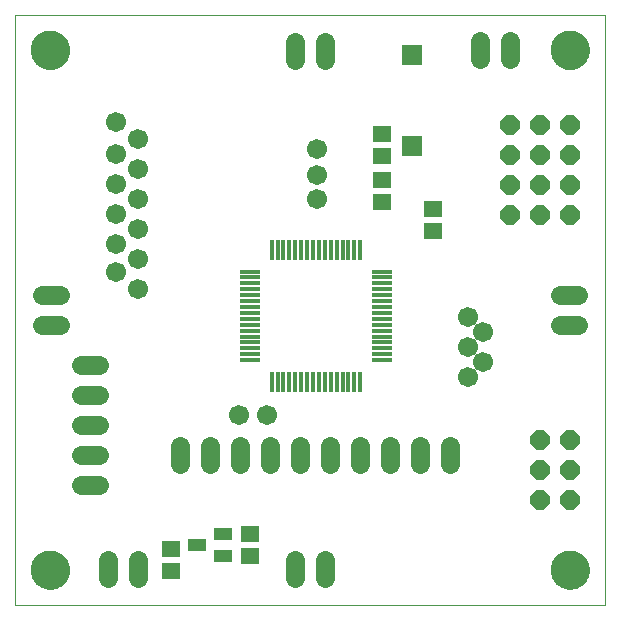
<source format=gts>
G75*
G70*
%OFA0B0*%
%FSLAX24Y24*%
%IPPOS*%
%LPD*%
%AMOC8*
5,1,8,0,0,1.08239X$1,22.5*
%
%ADD10C,0.0000*%
%ADD11C,0.1300*%
%ADD12R,0.0670X0.0158*%
%ADD13R,0.0158X0.0670*%
%ADD14C,0.0670*%
%ADD15C,0.0640*%
%ADD16OC8,0.0640*%
%ADD17R,0.0631X0.0552*%
%ADD18R,0.0591X0.0434*%
%ADD19R,0.0670X0.0670*%
D10*
X003295Y003295D02*
X022980Y003295D01*
X022980Y022980D01*
X003295Y022980D01*
X003295Y003295D01*
X003846Y004476D02*
X003848Y004526D01*
X003854Y004576D01*
X003864Y004625D01*
X003878Y004673D01*
X003895Y004720D01*
X003916Y004765D01*
X003941Y004809D01*
X003969Y004850D01*
X004001Y004889D01*
X004035Y004926D01*
X004072Y004960D01*
X004112Y004990D01*
X004154Y005017D01*
X004198Y005041D01*
X004244Y005062D01*
X004291Y005078D01*
X004339Y005091D01*
X004389Y005100D01*
X004438Y005105D01*
X004489Y005106D01*
X004539Y005103D01*
X004588Y005096D01*
X004637Y005085D01*
X004685Y005070D01*
X004731Y005052D01*
X004776Y005030D01*
X004819Y005004D01*
X004860Y004975D01*
X004899Y004943D01*
X004935Y004908D01*
X004967Y004870D01*
X004997Y004830D01*
X005024Y004787D01*
X005047Y004743D01*
X005066Y004697D01*
X005082Y004649D01*
X005094Y004600D01*
X005102Y004551D01*
X005106Y004501D01*
X005106Y004451D01*
X005102Y004401D01*
X005094Y004352D01*
X005082Y004303D01*
X005066Y004255D01*
X005047Y004209D01*
X005024Y004165D01*
X004997Y004122D01*
X004967Y004082D01*
X004935Y004044D01*
X004899Y004009D01*
X004860Y003977D01*
X004819Y003948D01*
X004776Y003922D01*
X004731Y003900D01*
X004685Y003882D01*
X004637Y003867D01*
X004588Y003856D01*
X004539Y003849D01*
X004489Y003846D01*
X004438Y003847D01*
X004389Y003852D01*
X004339Y003861D01*
X004291Y003874D01*
X004244Y003890D01*
X004198Y003911D01*
X004154Y003935D01*
X004112Y003962D01*
X004072Y003992D01*
X004035Y004026D01*
X004001Y004063D01*
X003969Y004102D01*
X003941Y004143D01*
X003916Y004187D01*
X003895Y004232D01*
X003878Y004279D01*
X003864Y004327D01*
X003854Y004376D01*
X003848Y004426D01*
X003846Y004476D01*
X003846Y021799D02*
X003848Y021849D01*
X003854Y021899D01*
X003864Y021948D01*
X003878Y021996D01*
X003895Y022043D01*
X003916Y022088D01*
X003941Y022132D01*
X003969Y022173D01*
X004001Y022212D01*
X004035Y022249D01*
X004072Y022283D01*
X004112Y022313D01*
X004154Y022340D01*
X004198Y022364D01*
X004244Y022385D01*
X004291Y022401D01*
X004339Y022414D01*
X004389Y022423D01*
X004438Y022428D01*
X004489Y022429D01*
X004539Y022426D01*
X004588Y022419D01*
X004637Y022408D01*
X004685Y022393D01*
X004731Y022375D01*
X004776Y022353D01*
X004819Y022327D01*
X004860Y022298D01*
X004899Y022266D01*
X004935Y022231D01*
X004967Y022193D01*
X004997Y022153D01*
X005024Y022110D01*
X005047Y022066D01*
X005066Y022020D01*
X005082Y021972D01*
X005094Y021923D01*
X005102Y021874D01*
X005106Y021824D01*
X005106Y021774D01*
X005102Y021724D01*
X005094Y021675D01*
X005082Y021626D01*
X005066Y021578D01*
X005047Y021532D01*
X005024Y021488D01*
X004997Y021445D01*
X004967Y021405D01*
X004935Y021367D01*
X004899Y021332D01*
X004860Y021300D01*
X004819Y021271D01*
X004776Y021245D01*
X004731Y021223D01*
X004685Y021205D01*
X004637Y021190D01*
X004588Y021179D01*
X004539Y021172D01*
X004489Y021169D01*
X004438Y021170D01*
X004389Y021175D01*
X004339Y021184D01*
X004291Y021197D01*
X004244Y021213D01*
X004198Y021234D01*
X004154Y021258D01*
X004112Y021285D01*
X004072Y021315D01*
X004035Y021349D01*
X004001Y021386D01*
X003969Y021425D01*
X003941Y021466D01*
X003916Y021510D01*
X003895Y021555D01*
X003878Y021602D01*
X003864Y021650D01*
X003854Y021699D01*
X003848Y021749D01*
X003846Y021799D01*
X021169Y021799D02*
X021171Y021849D01*
X021177Y021899D01*
X021187Y021948D01*
X021201Y021996D01*
X021218Y022043D01*
X021239Y022088D01*
X021264Y022132D01*
X021292Y022173D01*
X021324Y022212D01*
X021358Y022249D01*
X021395Y022283D01*
X021435Y022313D01*
X021477Y022340D01*
X021521Y022364D01*
X021567Y022385D01*
X021614Y022401D01*
X021662Y022414D01*
X021712Y022423D01*
X021761Y022428D01*
X021812Y022429D01*
X021862Y022426D01*
X021911Y022419D01*
X021960Y022408D01*
X022008Y022393D01*
X022054Y022375D01*
X022099Y022353D01*
X022142Y022327D01*
X022183Y022298D01*
X022222Y022266D01*
X022258Y022231D01*
X022290Y022193D01*
X022320Y022153D01*
X022347Y022110D01*
X022370Y022066D01*
X022389Y022020D01*
X022405Y021972D01*
X022417Y021923D01*
X022425Y021874D01*
X022429Y021824D01*
X022429Y021774D01*
X022425Y021724D01*
X022417Y021675D01*
X022405Y021626D01*
X022389Y021578D01*
X022370Y021532D01*
X022347Y021488D01*
X022320Y021445D01*
X022290Y021405D01*
X022258Y021367D01*
X022222Y021332D01*
X022183Y021300D01*
X022142Y021271D01*
X022099Y021245D01*
X022054Y021223D01*
X022008Y021205D01*
X021960Y021190D01*
X021911Y021179D01*
X021862Y021172D01*
X021812Y021169D01*
X021761Y021170D01*
X021712Y021175D01*
X021662Y021184D01*
X021614Y021197D01*
X021567Y021213D01*
X021521Y021234D01*
X021477Y021258D01*
X021435Y021285D01*
X021395Y021315D01*
X021358Y021349D01*
X021324Y021386D01*
X021292Y021425D01*
X021264Y021466D01*
X021239Y021510D01*
X021218Y021555D01*
X021201Y021602D01*
X021187Y021650D01*
X021177Y021699D01*
X021171Y021749D01*
X021169Y021799D01*
X021169Y004476D02*
X021171Y004526D01*
X021177Y004576D01*
X021187Y004625D01*
X021201Y004673D01*
X021218Y004720D01*
X021239Y004765D01*
X021264Y004809D01*
X021292Y004850D01*
X021324Y004889D01*
X021358Y004926D01*
X021395Y004960D01*
X021435Y004990D01*
X021477Y005017D01*
X021521Y005041D01*
X021567Y005062D01*
X021614Y005078D01*
X021662Y005091D01*
X021712Y005100D01*
X021761Y005105D01*
X021812Y005106D01*
X021862Y005103D01*
X021911Y005096D01*
X021960Y005085D01*
X022008Y005070D01*
X022054Y005052D01*
X022099Y005030D01*
X022142Y005004D01*
X022183Y004975D01*
X022222Y004943D01*
X022258Y004908D01*
X022290Y004870D01*
X022320Y004830D01*
X022347Y004787D01*
X022370Y004743D01*
X022389Y004697D01*
X022405Y004649D01*
X022417Y004600D01*
X022425Y004551D01*
X022429Y004501D01*
X022429Y004451D01*
X022425Y004401D01*
X022417Y004352D01*
X022405Y004303D01*
X022389Y004255D01*
X022370Y004209D01*
X022347Y004165D01*
X022320Y004122D01*
X022290Y004082D01*
X022258Y004044D01*
X022222Y004009D01*
X022183Y003977D01*
X022142Y003948D01*
X022099Y003922D01*
X022054Y003900D01*
X022008Y003882D01*
X021960Y003867D01*
X021911Y003856D01*
X021862Y003849D01*
X021812Y003846D01*
X021761Y003847D01*
X021712Y003852D01*
X021662Y003861D01*
X021614Y003874D01*
X021567Y003890D01*
X021521Y003911D01*
X021477Y003935D01*
X021435Y003962D01*
X021395Y003992D01*
X021358Y004026D01*
X021324Y004063D01*
X021292Y004102D01*
X021264Y004143D01*
X021239Y004187D01*
X021218Y004232D01*
X021201Y004279D01*
X021187Y004327D01*
X021177Y004376D01*
X021171Y004426D01*
X021169Y004476D01*
D11*
X021799Y004476D03*
X004476Y004476D03*
X004476Y021799D03*
X021799Y021799D03*
D12*
X015539Y014417D03*
X015539Y014220D03*
X015539Y014024D03*
X015539Y013827D03*
X015539Y013630D03*
X015539Y013433D03*
X015539Y013236D03*
X015539Y013039D03*
X015539Y012843D03*
X015539Y012646D03*
X015539Y012449D03*
X015539Y012252D03*
X015539Y012055D03*
X015539Y011858D03*
X015539Y011661D03*
X015539Y011465D03*
X011130Y011465D03*
X011130Y011661D03*
X011130Y011858D03*
X011130Y012055D03*
X011130Y012252D03*
X011130Y012449D03*
X011130Y012646D03*
X011130Y012843D03*
X011130Y013039D03*
X011130Y013236D03*
X011130Y013433D03*
X011130Y013630D03*
X011130Y013827D03*
X011130Y014024D03*
X011130Y014220D03*
X011130Y014417D03*
D13*
X011858Y015146D03*
X012055Y015146D03*
X012252Y015146D03*
X012449Y015146D03*
X012646Y015146D03*
X012843Y015146D03*
X013039Y015146D03*
X013236Y015146D03*
X013433Y015146D03*
X013630Y015146D03*
X013827Y015146D03*
X014024Y015146D03*
X014220Y015146D03*
X014417Y015146D03*
X014614Y015146D03*
X014811Y015146D03*
X014811Y010736D03*
X014614Y010736D03*
X014417Y010736D03*
X014220Y010736D03*
X014024Y010736D03*
X013827Y010736D03*
X013630Y010736D03*
X013433Y010736D03*
X013236Y010736D03*
X013039Y010736D03*
X012843Y010736D03*
X012646Y010736D03*
X012449Y010736D03*
X012252Y010736D03*
X012055Y010736D03*
X011858Y010736D03*
D14*
X011707Y009636D03*
X010757Y009636D03*
X007407Y013836D03*
X006657Y014386D03*
X007407Y014836D03*
X006657Y015336D03*
X007407Y015836D03*
X006657Y016336D03*
X007407Y016836D03*
X006657Y017336D03*
X007407Y017836D03*
X006657Y018336D03*
X007407Y018836D03*
X006657Y019386D03*
X013357Y018486D03*
X013357Y017636D03*
X013357Y016836D03*
X018407Y012886D03*
X018907Y012386D03*
X018407Y011886D03*
X018907Y011386D03*
X018407Y010886D03*
D15*
X017795Y008595D02*
X017795Y007995D01*
X016795Y007995D02*
X016795Y008595D01*
X015795Y008595D02*
X015795Y007995D01*
X014795Y007995D02*
X014795Y008595D01*
X013795Y008595D02*
X013795Y007995D01*
X012795Y007995D02*
X012795Y008595D01*
X011795Y008595D02*
X011795Y007995D01*
X010795Y007995D02*
X010795Y008595D01*
X009795Y008595D02*
X009795Y007995D01*
X008795Y007995D02*
X008795Y008595D01*
X006095Y008295D02*
X005495Y008295D01*
X005495Y007295D02*
X006095Y007295D01*
X006095Y009295D02*
X005495Y009295D01*
X005495Y010295D02*
X006095Y010295D01*
X006095Y011295D02*
X005495Y011295D01*
X004800Y012638D02*
X004200Y012638D01*
X004200Y013638D02*
X004800Y013638D01*
X012638Y021476D02*
X012638Y022076D01*
X013638Y022076D02*
X013638Y021476D01*
X018795Y021495D02*
X018795Y022095D01*
X019795Y022095D02*
X019795Y021495D01*
X021476Y013638D02*
X022076Y013638D01*
X022076Y012638D02*
X021476Y012638D01*
X013638Y004800D02*
X013638Y004200D01*
X012638Y004200D02*
X012638Y004800D01*
X007388Y004800D02*
X007388Y004200D01*
X006388Y004200D02*
X006388Y004800D01*
D16*
X019795Y016295D03*
X019795Y017295D03*
X019795Y018295D03*
X019795Y019295D03*
X020795Y019295D03*
X021795Y019295D03*
X021795Y018295D03*
X020795Y018295D03*
X020795Y017295D03*
X020795Y016295D03*
X021795Y016295D03*
X021795Y017295D03*
X021795Y008795D03*
X020795Y008795D03*
X020795Y007795D03*
X021795Y007795D03*
X021795Y006795D03*
X020795Y006795D03*
D17*
X017245Y015771D03*
X017245Y016519D03*
X015545Y016721D03*
X015545Y017469D03*
X015545Y018271D03*
X015545Y019019D03*
X011145Y005669D03*
X011145Y004921D03*
X008495Y005169D03*
X008495Y004421D03*
D18*
X009362Y005295D03*
X010228Y004921D03*
X010228Y005669D03*
D19*
X016545Y018595D03*
X016545Y021645D03*
M02*

</source>
